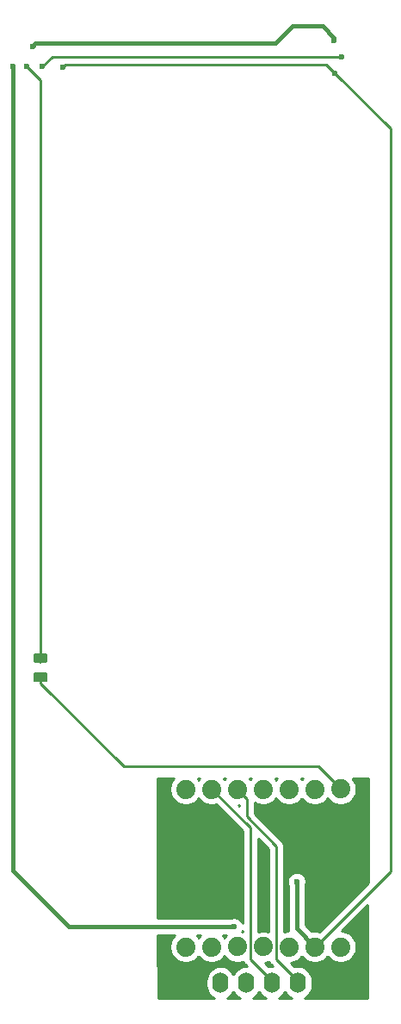
<source format=gbr>
G04 #@! TF.GenerationSoftware,KiCad,Pcbnew,(5.1.2)-1*
G04 #@! TF.CreationDate,2022-09-08T09:55:22+09:00*
G04 #@! TF.ProjectId,gopher_xiao,676f7068-6572-45f7-9869-616f2e6b6963,rev?*
G04 #@! TF.SameCoordinates,Original*
G04 #@! TF.FileFunction,Copper,L2,Bot*
G04 #@! TF.FilePolarity,Positive*
%FSLAX46Y46*%
G04 Gerber Fmt 4.6, Leading zero omitted, Abs format (unit mm)*
G04 Created by KiCad (PCBNEW (5.1.2)-1) date 2022-09-08 09:55:22*
%MOMM*%
%LPD*%
G04 APERTURE LIST*
%ADD10C,1.879600*%
%ADD11O,1.600000X2.000000*%
%ADD12C,0.100000*%
%ADD13C,0.975000*%
%ADD14C,0.600000*%
%ADD15C,0.250000*%
%ADD16C,0.400000*%
%ADD17C,0.254000*%
G04 APERTURE END LIST*
D10*
X126758500Y-159456100D03*
X124228500Y-159456100D03*
X121688500Y-159456100D03*
X119138500Y-159446100D03*
X116608500Y-159446100D03*
X114058500Y-159456100D03*
X111518500Y-159456100D03*
X111518500Y-143956100D03*
X114068500Y-143956100D03*
X116598500Y-143956100D03*
X119128500Y-143956100D03*
X121688500Y-143956100D03*
X124218500Y-143956100D03*
X126758500Y-143946100D03*
D11*
X117487200Y-162996300D03*
X114947200Y-162996300D03*
X120027200Y-162996300D03*
X122567200Y-162996300D03*
D12*
G36*
X97711342Y-130603074D02*
G01*
X97735003Y-130606584D01*
X97758207Y-130612396D01*
X97780729Y-130620454D01*
X97802353Y-130630682D01*
X97822870Y-130642979D01*
X97842083Y-130657229D01*
X97859807Y-130673293D01*
X97875871Y-130691017D01*
X97890121Y-130710230D01*
X97902418Y-130730747D01*
X97912646Y-130752371D01*
X97920704Y-130774893D01*
X97926516Y-130798097D01*
X97930026Y-130821758D01*
X97931200Y-130845650D01*
X97931200Y-131333150D01*
X97930026Y-131357042D01*
X97926516Y-131380703D01*
X97920704Y-131403907D01*
X97912646Y-131426429D01*
X97902418Y-131448053D01*
X97890121Y-131468570D01*
X97875871Y-131487783D01*
X97859807Y-131505507D01*
X97842083Y-131521571D01*
X97822870Y-131535821D01*
X97802353Y-131548118D01*
X97780729Y-131558346D01*
X97758207Y-131566404D01*
X97735003Y-131572216D01*
X97711342Y-131575726D01*
X97687450Y-131576900D01*
X96774950Y-131576900D01*
X96751058Y-131575726D01*
X96727397Y-131572216D01*
X96704193Y-131566404D01*
X96681671Y-131558346D01*
X96660047Y-131548118D01*
X96639530Y-131535821D01*
X96620317Y-131521571D01*
X96602593Y-131505507D01*
X96586529Y-131487783D01*
X96572279Y-131468570D01*
X96559982Y-131448053D01*
X96549754Y-131426429D01*
X96541696Y-131403907D01*
X96535884Y-131380703D01*
X96532374Y-131357042D01*
X96531200Y-131333150D01*
X96531200Y-130845650D01*
X96532374Y-130821758D01*
X96535884Y-130798097D01*
X96541696Y-130774893D01*
X96549754Y-130752371D01*
X96559982Y-130730747D01*
X96572279Y-130710230D01*
X96586529Y-130691017D01*
X96602593Y-130673293D01*
X96620317Y-130657229D01*
X96639530Y-130642979D01*
X96660047Y-130630682D01*
X96681671Y-130620454D01*
X96704193Y-130612396D01*
X96727397Y-130606584D01*
X96751058Y-130603074D01*
X96774950Y-130601900D01*
X97687450Y-130601900D01*
X97711342Y-130603074D01*
X97711342Y-130603074D01*
G37*
D13*
X97231200Y-131089400D03*
D12*
G36*
X97711342Y-132478074D02*
G01*
X97735003Y-132481584D01*
X97758207Y-132487396D01*
X97780729Y-132495454D01*
X97802353Y-132505682D01*
X97822870Y-132517979D01*
X97842083Y-132532229D01*
X97859807Y-132548293D01*
X97875871Y-132566017D01*
X97890121Y-132585230D01*
X97902418Y-132605747D01*
X97912646Y-132627371D01*
X97920704Y-132649893D01*
X97926516Y-132673097D01*
X97930026Y-132696758D01*
X97931200Y-132720650D01*
X97931200Y-133208150D01*
X97930026Y-133232042D01*
X97926516Y-133255703D01*
X97920704Y-133278907D01*
X97912646Y-133301429D01*
X97902418Y-133323053D01*
X97890121Y-133343570D01*
X97875871Y-133362783D01*
X97859807Y-133380507D01*
X97842083Y-133396571D01*
X97822870Y-133410821D01*
X97802353Y-133423118D01*
X97780729Y-133433346D01*
X97758207Y-133441404D01*
X97735003Y-133447216D01*
X97711342Y-133450726D01*
X97687450Y-133451900D01*
X96774950Y-133451900D01*
X96751058Y-133450726D01*
X96727397Y-133447216D01*
X96704193Y-133441404D01*
X96681671Y-133433346D01*
X96660047Y-133423118D01*
X96639530Y-133410821D01*
X96620317Y-133396571D01*
X96602593Y-133380507D01*
X96586529Y-133362783D01*
X96572279Y-133343570D01*
X96559982Y-133323053D01*
X96549754Y-133301429D01*
X96541696Y-133278907D01*
X96535884Y-133255703D01*
X96532374Y-133232042D01*
X96531200Y-133208150D01*
X96531200Y-132720650D01*
X96532374Y-132696758D01*
X96535884Y-132673097D01*
X96541696Y-132649893D01*
X96549754Y-132627371D01*
X96559982Y-132605747D01*
X96572279Y-132585230D01*
X96586529Y-132566017D01*
X96602593Y-132548293D01*
X96620317Y-132532229D01*
X96639530Y-132517979D01*
X96660047Y-132505682D01*
X96681671Y-132495454D01*
X96704193Y-132487396D01*
X96727397Y-132481584D01*
X96751058Y-132478074D01*
X96774950Y-132476900D01*
X97687450Y-132476900D01*
X97711342Y-132478074D01*
X97711342Y-132478074D01*
G37*
D13*
X97231200Y-132964400D03*
D14*
X99390200Y-73063100D03*
X126174500Y-73609200D03*
X122435620Y-153022300D03*
X97409000Y-72999600D03*
X126885700Y-72034400D03*
X95859600Y-72961500D03*
X94488000Y-72961500D03*
X96431100Y-70980300D03*
X126136400Y-70408800D03*
X116258340Y-157480000D03*
D15*
X126174500Y-73609200D02*
X131660900Y-79095600D01*
X131660900Y-79095600D02*
X131660900Y-152023700D01*
D16*
X122435620Y-153446564D02*
X122428000Y-153454184D01*
X122435620Y-153022300D02*
X122435620Y-153446564D01*
X122428000Y-157655600D02*
X124228500Y-159456100D01*
X122428000Y-153454184D02*
X122428000Y-157655600D01*
D15*
X131660900Y-152023700D02*
X124228500Y-159456100D01*
X99390200Y-73063100D02*
X99690199Y-72763101D01*
X125328401Y-72763101D02*
X126174500Y-73609200D01*
X99690199Y-72763101D02*
X125328401Y-72763101D01*
X97409000Y-72999600D02*
X98374200Y-72034400D01*
X98374200Y-72034400D02*
X126885700Y-72034400D01*
X95859600Y-72961500D02*
X97231200Y-74333100D01*
X97231200Y-74333100D02*
X97231200Y-127589280D01*
X97231200Y-127589280D02*
X97231200Y-131089400D01*
D16*
X96731099Y-70680301D02*
X120340399Y-70680301D01*
X96431100Y-70980300D02*
X96731099Y-70680301D01*
X120340399Y-70680301D02*
X122008900Y-69011800D01*
X122008900Y-69011800D02*
X125006100Y-69011800D01*
X125006100Y-69011800D02*
X126136400Y-70142100D01*
X126136400Y-70142100D02*
X126136400Y-70408800D01*
X99987100Y-157480000D02*
X111429800Y-157480000D01*
X94488000Y-72961500D02*
X94488000Y-151980900D01*
X94488000Y-151980900D02*
X99987100Y-157480000D01*
X111429800Y-157480000D02*
X116258340Y-157480000D01*
D15*
X97231200Y-133551900D02*
X105413840Y-141734540D01*
X97231200Y-132964400D02*
X97231200Y-133551900D01*
X124546940Y-141734540D02*
X126758500Y-143946100D01*
X105413840Y-141734540D02*
X124546940Y-141734540D01*
X120027200Y-162796300D02*
X120027200Y-162996300D01*
X117873301Y-160642401D02*
X120027200Y-162796300D01*
X117873301Y-147760901D02*
X117873301Y-160642401D01*
X114068500Y-143956100D02*
X117873301Y-147760901D01*
X117538299Y-144895899D02*
X117538299Y-146659399D01*
X116598500Y-143956100D02*
X117538299Y-144895899D01*
X122567200Y-162796300D02*
X122567200Y-162996300D01*
X120423699Y-160652799D02*
X122567200Y-162796300D01*
X120423699Y-149544799D02*
X120423699Y-160652799D01*
X117538299Y-146659399D02*
X120423699Y-149544799D01*
D17*
G36*
X129425922Y-164502868D02*
G01*
X123188211Y-164491492D01*
X123368301Y-164395232D01*
X123586808Y-164215908D01*
X123766132Y-163997401D01*
X123899382Y-163748107D01*
X123981436Y-163477608D01*
X124002200Y-163266791D01*
X124002200Y-162725808D01*
X123981436Y-162514991D01*
X123899382Y-162244492D01*
X123766132Y-161995199D01*
X123586807Y-161776692D01*
X123368300Y-161597368D01*
X123119007Y-161464118D01*
X122848508Y-161382064D01*
X122567200Y-161354357D01*
X122285891Y-161382064D01*
X122241294Y-161395592D01*
X121871127Y-161025425D01*
X122147852Y-160970382D01*
X122434448Y-160851670D01*
X122692377Y-160679327D01*
X122911727Y-160459977D01*
X122958500Y-160389976D01*
X123005273Y-160459977D01*
X123224623Y-160679327D01*
X123482552Y-160851670D01*
X123769148Y-160970382D01*
X124073396Y-161030900D01*
X124383604Y-161030900D01*
X124687852Y-160970382D01*
X124974448Y-160851670D01*
X125232377Y-160679327D01*
X125451727Y-160459977D01*
X125493500Y-160397459D01*
X125535273Y-160459977D01*
X125754623Y-160679327D01*
X126012552Y-160851670D01*
X126299148Y-160970382D01*
X126603396Y-161030900D01*
X126913604Y-161030900D01*
X127217852Y-160970382D01*
X127504448Y-160851670D01*
X127762377Y-160679327D01*
X127981727Y-160459977D01*
X128154070Y-160202048D01*
X128272782Y-159915452D01*
X128333300Y-159611204D01*
X128333300Y-159300996D01*
X128272782Y-158996748D01*
X128154070Y-158710152D01*
X127981727Y-158452223D01*
X127762377Y-158232873D01*
X127504448Y-158060530D01*
X127217852Y-157941818D01*
X126913604Y-157881300D01*
X126878101Y-157881300D01*
X129441943Y-155317459D01*
X129425922Y-164502868D01*
X129425922Y-164502868D01*
G37*
X129425922Y-164502868D02*
X123188211Y-164491492D01*
X123368301Y-164395232D01*
X123586808Y-164215908D01*
X123766132Y-163997401D01*
X123899382Y-163748107D01*
X123981436Y-163477608D01*
X124002200Y-163266791D01*
X124002200Y-162725808D01*
X123981436Y-162514991D01*
X123899382Y-162244492D01*
X123766132Y-161995199D01*
X123586807Y-161776692D01*
X123368300Y-161597368D01*
X123119007Y-161464118D01*
X122848508Y-161382064D01*
X122567200Y-161354357D01*
X122285891Y-161382064D01*
X122241294Y-161395592D01*
X121871127Y-161025425D01*
X122147852Y-160970382D01*
X122434448Y-160851670D01*
X122692377Y-160679327D01*
X122911727Y-160459977D01*
X122958500Y-160389976D01*
X123005273Y-160459977D01*
X123224623Y-160679327D01*
X123482552Y-160851670D01*
X123769148Y-160970382D01*
X124073396Y-161030900D01*
X124383604Y-161030900D01*
X124687852Y-160970382D01*
X124974448Y-160851670D01*
X125232377Y-160679327D01*
X125451727Y-160459977D01*
X125493500Y-160397459D01*
X125535273Y-160459977D01*
X125754623Y-160679327D01*
X126012552Y-160851670D01*
X126299148Y-160970382D01*
X126603396Y-161030900D01*
X126913604Y-161030900D01*
X127217852Y-160970382D01*
X127504448Y-160851670D01*
X127762377Y-160679327D01*
X127981727Y-160459977D01*
X128154070Y-160202048D01*
X128272782Y-159915452D01*
X128333300Y-159611204D01*
X128333300Y-159300996D01*
X128272782Y-158996748D01*
X128154070Y-158710152D01*
X127981727Y-158452223D01*
X127762377Y-158232873D01*
X127504448Y-158060530D01*
X127217852Y-157941818D01*
X126913604Y-157881300D01*
X126878101Y-157881300D01*
X129441943Y-155317459D01*
X129425922Y-164502868D01*
G36*
X121368268Y-163997401D02*
G01*
X121547593Y-164215908D01*
X121766100Y-164395232D01*
X121941938Y-164489220D01*
X120656847Y-164486876D01*
X120828301Y-164395232D01*
X121046808Y-164215908D01*
X121226132Y-163997401D01*
X121297200Y-163864442D01*
X121368268Y-163997401D01*
X121368268Y-163997401D01*
G37*
X121368268Y-163997401D02*
X121547593Y-164215908D01*
X121766100Y-164395232D01*
X121941938Y-164489220D01*
X120656847Y-164486876D01*
X120828301Y-164395232D01*
X121046808Y-164215908D01*
X121226132Y-163997401D01*
X121297200Y-163864442D01*
X121368268Y-163997401D01*
G36*
X118828268Y-163997401D02*
G01*
X119007593Y-164215908D01*
X119226100Y-164395232D01*
X119393242Y-164484572D01*
X118125484Y-164482260D01*
X118288301Y-164395232D01*
X118506808Y-164215908D01*
X118686132Y-163997401D01*
X118757200Y-163864442D01*
X118828268Y-163997401D01*
X118828268Y-163997401D01*
G37*
X118828268Y-163997401D02*
X119007593Y-164215908D01*
X119226100Y-164395232D01*
X119393242Y-164484572D01*
X118125484Y-164482260D01*
X118288301Y-164395232D01*
X118506808Y-164215908D01*
X118686132Y-163997401D01*
X118757200Y-163864442D01*
X118828268Y-163997401D01*
G36*
X116288268Y-163997401D02*
G01*
X116467593Y-164215908D01*
X116686100Y-164395232D01*
X116844547Y-164479924D01*
X115594121Y-164477643D01*
X115748301Y-164395232D01*
X115966808Y-164215908D01*
X116146132Y-163997401D01*
X116217200Y-163864442D01*
X116288268Y-163997401D01*
X116288268Y-163997401D01*
G37*
X116288268Y-163997401D02*
X116467593Y-164215908D01*
X116686100Y-164395232D01*
X116844547Y-164479924D01*
X115594121Y-164477643D01*
X115748301Y-164395232D01*
X115966808Y-164215908D01*
X116146132Y-163997401D01*
X116217200Y-163864442D01*
X116288268Y-163997401D01*
G36*
X110295273Y-158452223D02*
G01*
X110122930Y-158710152D01*
X110004218Y-158996748D01*
X109943700Y-159300996D01*
X109943700Y-159611204D01*
X110004218Y-159915452D01*
X110122930Y-160202048D01*
X110295273Y-160459977D01*
X110514623Y-160679327D01*
X110772552Y-160851670D01*
X111059148Y-160970382D01*
X111363396Y-161030900D01*
X111673604Y-161030900D01*
X111977852Y-160970382D01*
X112264448Y-160851670D01*
X112522377Y-160679327D01*
X112741727Y-160459977D01*
X112788500Y-160389976D01*
X112835273Y-160459977D01*
X113054623Y-160679327D01*
X113312552Y-160851670D01*
X113599148Y-160970382D01*
X113903396Y-161030900D01*
X114213604Y-161030900D01*
X114517852Y-160970382D01*
X114804448Y-160851670D01*
X115062377Y-160679327D01*
X115281727Y-160459977D01*
X115336841Y-160377493D01*
X115385273Y-160449977D01*
X115604623Y-160669327D01*
X115862552Y-160841670D01*
X116149148Y-160960382D01*
X116453396Y-161020900D01*
X116763604Y-161020900D01*
X117067852Y-160960382D01*
X117163539Y-160920747D01*
X117167755Y-160934647D01*
X117238327Y-161066677D01*
X117246861Y-161077075D01*
X117333301Y-161182402D01*
X117362299Y-161206200D01*
X117512997Y-161356898D01*
X117487200Y-161354357D01*
X117205891Y-161382064D01*
X116935392Y-161464118D01*
X116686099Y-161597368D01*
X116467592Y-161776693D01*
X116288268Y-161995200D01*
X116217200Y-162128158D01*
X116146132Y-161995199D01*
X115966807Y-161776692D01*
X115748300Y-161597368D01*
X115499007Y-161464118D01*
X115228508Y-161382064D01*
X114947200Y-161354357D01*
X114665891Y-161382064D01*
X114395392Y-161464118D01*
X114146099Y-161597368D01*
X113927592Y-161776693D01*
X113748268Y-161995200D01*
X113615018Y-162244493D01*
X113532964Y-162514992D01*
X113512200Y-162725809D01*
X113512200Y-163266792D01*
X113532964Y-163477609D01*
X113615018Y-163748108D01*
X113748268Y-163997401D01*
X113927593Y-164215908D01*
X114146100Y-164395232D01*
X114295851Y-164475275D01*
X108788052Y-164465231D01*
X108780884Y-158315000D01*
X110432496Y-158315000D01*
X110295273Y-158452223D01*
X110295273Y-158452223D01*
G37*
X110295273Y-158452223D02*
X110122930Y-158710152D01*
X110004218Y-158996748D01*
X109943700Y-159300996D01*
X109943700Y-159611204D01*
X110004218Y-159915452D01*
X110122930Y-160202048D01*
X110295273Y-160459977D01*
X110514623Y-160679327D01*
X110772552Y-160851670D01*
X111059148Y-160970382D01*
X111363396Y-161030900D01*
X111673604Y-161030900D01*
X111977852Y-160970382D01*
X112264448Y-160851670D01*
X112522377Y-160679327D01*
X112741727Y-160459977D01*
X112788500Y-160389976D01*
X112835273Y-160459977D01*
X113054623Y-160679327D01*
X113312552Y-160851670D01*
X113599148Y-160970382D01*
X113903396Y-161030900D01*
X114213604Y-161030900D01*
X114517852Y-160970382D01*
X114804448Y-160851670D01*
X115062377Y-160679327D01*
X115281727Y-160459977D01*
X115336841Y-160377493D01*
X115385273Y-160449977D01*
X115604623Y-160669327D01*
X115862552Y-160841670D01*
X116149148Y-160960382D01*
X116453396Y-161020900D01*
X116763604Y-161020900D01*
X117067852Y-160960382D01*
X117163539Y-160920747D01*
X117167755Y-160934647D01*
X117238327Y-161066677D01*
X117246861Y-161077075D01*
X117333301Y-161182402D01*
X117362299Y-161206200D01*
X117512997Y-161356898D01*
X117487200Y-161354357D01*
X117205891Y-161382064D01*
X116935392Y-161464118D01*
X116686099Y-161597368D01*
X116467592Y-161776693D01*
X116288268Y-161995200D01*
X116217200Y-162128158D01*
X116146132Y-161995199D01*
X115966807Y-161776692D01*
X115748300Y-161597368D01*
X115499007Y-161464118D01*
X115228508Y-161382064D01*
X114947200Y-161354357D01*
X114665891Y-161382064D01*
X114395392Y-161464118D01*
X114146099Y-161597368D01*
X113927592Y-161776693D01*
X113748268Y-161995200D01*
X113615018Y-162244493D01*
X113532964Y-162514992D01*
X113512200Y-162725809D01*
X113512200Y-163266792D01*
X113532964Y-163477609D01*
X113615018Y-163748108D01*
X113748268Y-163997401D01*
X113927593Y-164215908D01*
X114146100Y-164395232D01*
X114295851Y-164475275D01*
X108788052Y-164465231D01*
X108780884Y-158315000D01*
X110432496Y-158315000D01*
X110295273Y-158452223D01*
G36*
X119718153Y-160945045D02*
G01*
X119788725Y-161077075D01*
X119859900Y-161163801D01*
X119883699Y-161192800D01*
X119912697Y-161216598D01*
X120052997Y-161356898D01*
X120027200Y-161354357D01*
X119745891Y-161382064D01*
X119701294Y-161395592D01*
X119321127Y-161015425D01*
X119597852Y-160960382D01*
X119708858Y-160914402D01*
X119718153Y-160945045D01*
X119718153Y-160945045D01*
G37*
X119718153Y-160945045D02*
X119788725Y-161077075D01*
X119859900Y-161163801D01*
X119883699Y-161192800D01*
X119912697Y-161216598D01*
X120052997Y-161356898D01*
X120027200Y-161354357D01*
X119745891Y-161382064D01*
X119701294Y-161395592D01*
X119321127Y-161015425D01*
X119597852Y-160960382D01*
X119708858Y-160914402D01*
X119718153Y-160945045D01*
G36*
X115385273Y-158442223D02*
G01*
X115330159Y-158524707D01*
X115281727Y-158452223D01*
X115144504Y-158315000D01*
X115512496Y-158315000D01*
X115385273Y-158442223D01*
X115385273Y-158442223D01*
G37*
X115385273Y-158442223D02*
X115330159Y-158524707D01*
X115281727Y-158452223D01*
X115144504Y-158315000D01*
X115512496Y-158315000D01*
X115385273Y-158442223D01*
G36*
X112835273Y-158452223D02*
G01*
X112788500Y-158522224D01*
X112741727Y-158452223D01*
X112604504Y-158315000D01*
X112972496Y-158315000D01*
X112835273Y-158452223D01*
X112835273Y-158452223D01*
G37*
X112835273Y-158452223D02*
X112788500Y-158522224D01*
X112741727Y-158452223D01*
X112604504Y-158315000D01*
X112972496Y-158315000D01*
X112835273Y-158452223D01*
G36*
X129445699Y-153164100D02*
G01*
X124671278Y-157938521D01*
X124383604Y-157881300D01*
X124073396Y-157881300D01*
X123874192Y-157920924D01*
X123263000Y-157309733D01*
X123263000Y-153564949D01*
X123270620Y-153487582D01*
X123270620Y-153487573D01*
X123274659Y-153446565D01*
X123274133Y-153441223D01*
X123334688Y-153295029D01*
X123370620Y-153114389D01*
X123370620Y-152930211D01*
X123334688Y-152749571D01*
X123264206Y-152579411D01*
X123161882Y-152426272D01*
X123031648Y-152296038D01*
X122878509Y-152193714D01*
X122708349Y-152123232D01*
X122527709Y-152087300D01*
X122343531Y-152087300D01*
X122162891Y-152123232D01*
X121992731Y-152193714D01*
X121839592Y-152296038D01*
X121709358Y-152426272D01*
X121607034Y-152579411D01*
X121536552Y-152749571D01*
X121500620Y-152930211D01*
X121500620Y-153114389D01*
X121536552Y-153295029D01*
X121591556Y-153427822D01*
X121588960Y-153454184D01*
X121593000Y-153495203D01*
X121593001Y-157614572D01*
X121588960Y-157655600D01*
X121605082Y-157819288D01*
X121623893Y-157881300D01*
X121533396Y-157881300D01*
X121229148Y-157941818D01*
X121183699Y-157960644D01*
X121183699Y-149582122D01*
X121187375Y-149544799D01*
X121183699Y-149507476D01*
X121183699Y-149507466D01*
X121172702Y-149395813D01*
X121129245Y-149252552D01*
X121058673Y-149120523D01*
X120963700Y-149004798D01*
X120934703Y-148981001D01*
X118298299Y-146344598D01*
X118298299Y-145295374D01*
X118382552Y-145351670D01*
X118669148Y-145470382D01*
X118973396Y-145530900D01*
X119283604Y-145530900D01*
X119587852Y-145470382D01*
X119874448Y-145351670D01*
X120132377Y-145179327D01*
X120351727Y-144959977D01*
X120408500Y-144875010D01*
X120465273Y-144959977D01*
X120684623Y-145179327D01*
X120942552Y-145351670D01*
X121229148Y-145470382D01*
X121533396Y-145530900D01*
X121843604Y-145530900D01*
X122147852Y-145470382D01*
X122434448Y-145351670D01*
X122692377Y-145179327D01*
X122911727Y-144959977D01*
X122953500Y-144897459D01*
X122995273Y-144959977D01*
X123214623Y-145179327D01*
X123472552Y-145351670D01*
X123759148Y-145470382D01*
X124063396Y-145530900D01*
X124373604Y-145530900D01*
X124677852Y-145470382D01*
X124964448Y-145351670D01*
X125222377Y-145179327D01*
X125441727Y-144959977D01*
X125491841Y-144884976D01*
X125535273Y-144949977D01*
X125754623Y-145169327D01*
X126012552Y-145341670D01*
X126299148Y-145460382D01*
X126603396Y-145520900D01*
X126913604Y-145520900D01*
X127217852Y-145460382D01*
X127504448Y-145341670D01*
X127762377Y-145169327D01*
X127981727Y-144949977D01*
X128154070Y-144692048D01*
X128272782Y-144405452D01*
X128333300Y-144101204D01*
X128333300Y-143790996D01*
X128272782Y-143486748D01*
X128154070Y-143200152D01*
X127981727Y-142942223D01*
X127952604Y-142913100D01*
X129463578Y-142913100D01*
X129445699Y-153164100D01*
X129445699Y-153164100D01*
G37*
X129445699Y-153164100D02*
X124671278Y-157938521D01*
X124383604Y-157881300D01*
X124073396Y-157881300D01*
X123874192Y-157920924D01*
X123263000Y-157309733D01*
X123263000Y-153564949D01*
X123270620Y-153487582D01*
X123270620Y-153487573D01*
X123274659Y-153446565D01*
X123274133Y-153441223D01*
X123334688Y-153295029D01*
X123370620Y-153114389D01*
X123370620Y-152930211D01*
X123334688Y-152749571D01*
X123264206Y-152579411D01*
X123161882Y-152426272D01*
X123031648Y-152296038D01*
X122878509Y-152193714D01*
X122708349Y-152123232D01*
X122527709Y-152087300D01*
X122343531Y-152087300D01*
X122162891Y-152123232D01*
X121992731Y-152193714D01*
X121839592Y-152296038D01*
X121709358Y-152426272D01*
X121607034Y-152579411D01*
X121536552Y-152749571D01*
X121500620Y-152930211D01*
X121500620Y-153114389D01*
X121536552Y-153295029D01*
X121591556Y-153427822D01*
X121588960Y-153454184D01*
X121593000Y-153495203D01*
X121593001Y-157614572D01*
X121588960Y-157655600D01*
X121605082Y-157819288D01*
X121623893Y-157881300D01*
X121533396Y-157881300D01*
X121229148Y-157941818D01*
X121183699Y-157960644D01*
X121183699Y-149582122D01*
X121187375Y-149544799D01*
X121183699Y-149507476D01*
X121183699Y-149507466D01*
X121172702Y-149395813D01*
X121129245Y-149252552D01*
X121058673Y-149120523D01*
X120963700Y-149004798D01*
X120934703Y-148981001D01*
X118298299Y-146344598D01*
X118298299Y-145295374D01*
X118382552Y-145351670D01*
X118669148Y-145470382D01*
X118973396Y-145530900D01*
X119283604Y-145530900D01*
X119587852Y-145470382D01*
X119874448Y-145351670D01*
X120132377Y-145179327D01*
X120351727Y-144959977D01*
X120408500Y-144875010D01*
X120465273Y-144959977D01*
X120684623Y-145179327D01*
X120942552Y-145351670D01*
X121229148Y-145470382D01*
X121533396Y-145530900D01*
X121843604Y-145530900D01*
X122147852Y-145470382D01*
X122434448Y-145351670D01*
X122692377Y-145179327D01*
X122911727Y-144959977D01*
X122953500Y-144897459D01*
X122995273Y-144959977D01*
X123214623Y-145179327D01*
X123472552Y-145351670D01*
X123759148Y-145470382D01*
X124063396Y-145530900D01*
X124373604Y-145530900D01*
X124677852Y-145470382D01*
X124964448Y-145351670D01*
X125222377Y-145179327D01*
X125441727Y-144959977D01*
X125491841Y-144884976D01*
X125535273Y-144949977D01*
X125754623Y-145169327D01*
X126012552Y-145341670D01*
X126299148Y-145460382D01*
X126603396Y-145520900D01*
X126913604Y-145520900D01*
X127217852Y-145460382D01*
X127504448Y-145341670D01*
X127762377Y-145169327D01*
X127981727Y-144949977D01*
X128154070Y-144692048D01*
X128272782Y-144405452D01*
X128333300Y-144101204D01*
X128333300Y-143790996D01*
X128272782Y-143486748D01*
X128154070Y-143200152D01*
X127981727Y-142942223D01*
X127952604Y-142913100D01*
X129463578Y-142913100D01*
X129445699Y-153164100D01*
G36*
X119663699Y-149859601D02*
G01*
X119663700Y-157959093D01*
X119597852Y-157931818D01*
X119293604Y-157871300D01*
X118983396Y-157871300D01*
X118679148Y-157931818D01*
X118633301Y-157950808D01*
X118633301Y-148829203D01*
X119663699Y-149859601D01*
X119663699Y-149859601D01*
G37*
X119663699Y-149859601D02*
X119663700Y-157959093D01*
X119597852Y-157931818D01*
X119293604Y-157871300D01*
X118983396Y-157871300D01*
X118679148Y-157931818D01*
X118633301Y-157950808D01*
X118633301Y-148829203D01*
X119663699Y-149859601D01*
G36*
X117113302Y-157950644D02*
G01*
X117078118Y-157936070D01*
X117086926Y-157922889D01*
X117113302Y-157859212D01*
X117113302Y-157950644D01*
X117113302Y-157950644D01*
G37*
X117113302Y-157950644D02*
X117078118Y-157936070D01*
X117086926Y-157922889D01*
X117113302Y-157859212D01*
X117113302Y-157950644D01*
G36*
X110295273Y-142952223D02*
G01*
X110122930Y-143210152D01*
X110004218Y-143496748D01*
X109943700Y-143800996D01*
X109943700Y-144111204D01*
X110004218Y-144415452D01*
X110122930Y-144702048D01*
X110295273Y-144959977D01*
X110514623Y-145179327D01*
X110772552Y-145351670D01*
X111059148Y-145470382D01*
X111363396Y-145530900D01*
X111673604Y-145530900D01*
X111977852Y-145470382D01*
X112264448Y-145351670D01*
X112522377Y-145179327D01*
X112741727Y-144959977D01*
X112793500Y-144882493D01*
X112845273Y-144959977D01*
X113064623Y-145179327D01*
X113322552Y-145351670D01*
X113609148Y-145470382D01*
X113913396Y-145530900D01*
X114223604Y-145530900D01*
X114511278Y-145473679D01*
X117113301Y-148075703D01*
X117113302Y-157100788D01*
X117086926Y-157037111D01*
X116984602Y-156883972D01*
X116854368Y-156753738D01*
X116701229Y-156651414D01*
X116531069Y-156580932D01*
X116350429Y-156545000D01*
X116166251Y-156545000D01*
X115985611Y-156580932D01*
X115830936Y-156645000D01*
X108778938Y-156645000D01*
X108762933Y-142913100D01*
X110334396Y-142913100D01*
X110295273Y-142952223D01*
X110295273Y-142952223D01*
G37*
X110295273Y-142952223D02*
X110122930Y-143210152D01*
X110004218Y-143496748D01*
X109943700Y-143800996D01*
X109943700Y-144111204D01*
X110004218Y-144415452D01*
X110122930Y-144702048D01*
X110295273Y-144959977D01*
X110514623Y-145179327D01*
X110772552Y-145351670D01*
X111059148Y-145470382D01*
X111363396Y-145530900D01*
X111673604Y-145530900D01*
X111977852Y-145470382D01*
X112264448Y-145351670D01*
X112522377Y-145179327D01*
X112741727Y-144959977D01*
X112793500Y-144882493D01*
X112845273Y-144959977D01*
X113064623Y-145179327D01*
X113322552Y-145351670D01*
X113609148Y-145470382D01*
X113913396Y-145530900D01*
X114223604Y-145530900D01*
X114511278Y-145473679D01*
X117113301Y-148075703D01*
X117113302Y-157100788D01*
X117086926Y-157037111D01*
X116984602Y-156883972D01*
X116854368Y-156753738D01*
X116701229Y-156651414D01*
X116531069Y-156580932D01*
X116350429Y-156545000D01*
X116166251Y-156545000D01*
X115985611Y-156580932D01*
X115830936Y-156645000D01*
X108778938Y-156645000D01*
X108762933Y-142913100D01*
X110334396Y-142913100D01*
X110295273Y-142952223D01*
G36*
X116778299Y-145591098D02*
G01*
X116718102Y-145530900D01*
X116753604Y-145530900D01*
X116778299Y-145525988D01*
X116778299Y-145591098D01*
X116778299Y-145591098D01*
G37*
X116778299Y-145591098D02*
X116718102Y-145530900D01*
X116753604Y-145530900D01*
X116778299Y-145525988D01*
X116778299Y-145591098D01*
G36*
X120465273Y-142952223D02*
G01*
X120408500Y-143037190D01*
X120351727Y-142952223D01*
X120312604Y-142913100D01*
X120504396Y-142913100D01*
X120465273Y-142952223D01*
X120465273Y-142952223D01*
G37*
X120465273Y-142952223D02*
X120408500Y-143037190D01*
X120351727Y-142952223D01*
X120312604Y-142913100D01*
X120504396Y-142913100D01*
X120465273Y-142952223D01*
G36*
X112845273Y-142952223D02*
G01*
X112793500Y-143029707D01*
X112741727Y-142952223D01*
X112702604Y-142913100D01*
X112884396Y-142913100D01*
X112845273Y-142952223D01*
X112845273Y-142952223D01*
G37*
X112845273Y-142952223D02*
X112793500Y-143029707D01*
X112741727Y-142952223D01*
X112702604Y-142913100D01*
X112884396Y-142913100D01*
X112845273Y-142952223D01*
G36*
X122995273Y-142952223D02*
G01*
X122953500Y-143014741D01*
X122911727Y-142952223D01*
X122872604Y-142913100D01*
X123034396Y-142913100D01*
X122995273Y-142952223D01*
X122995273Y-142952223D01*
G37*
X122995273Y-142952223D02*
X122953500Y-143014741D01*
X122911727Y-142952223D01*
X122872604Y-142913100D01*
X123034396Y-142913100D01*
X122995273Y-142952223D01*
G36*
X117905273Y-142952223D02*
G01*
X117863500Y-143014741D01*
X117821727Y-142952223D01*
X117782604Y-142913100D01*
X117944396Y-142913100D01*
X117905273Y-142952223D01*
X117905273Y-142952223D01*
G37*
X117905273Y-142952223D02*
X117863500Y-143014741D01*
X117821727Y-142952223D01*
X117782604Y-142913100D01*
X117944396Y-142913100D01*
X117905273Y-142952223D01*
G36*
X115375273Y-142952223D02*
G01*
X115333500Y-143014741D01*
X115291727Y-142952223D01*
X115252604Y-142913100D01*
X115414396Y-142913100D01*
X115375273Y-142952223D01*
X115375273Y-142952223D01*
G37*
X115375273Y-142952223D02*
X115333500Y-143014741D01*
X115291727Y-142952223D01*
X115252604Y-142913100D01*
X115414396Y-142913100D01*
X115375273Y-142952223D01*
M02*

</source>
